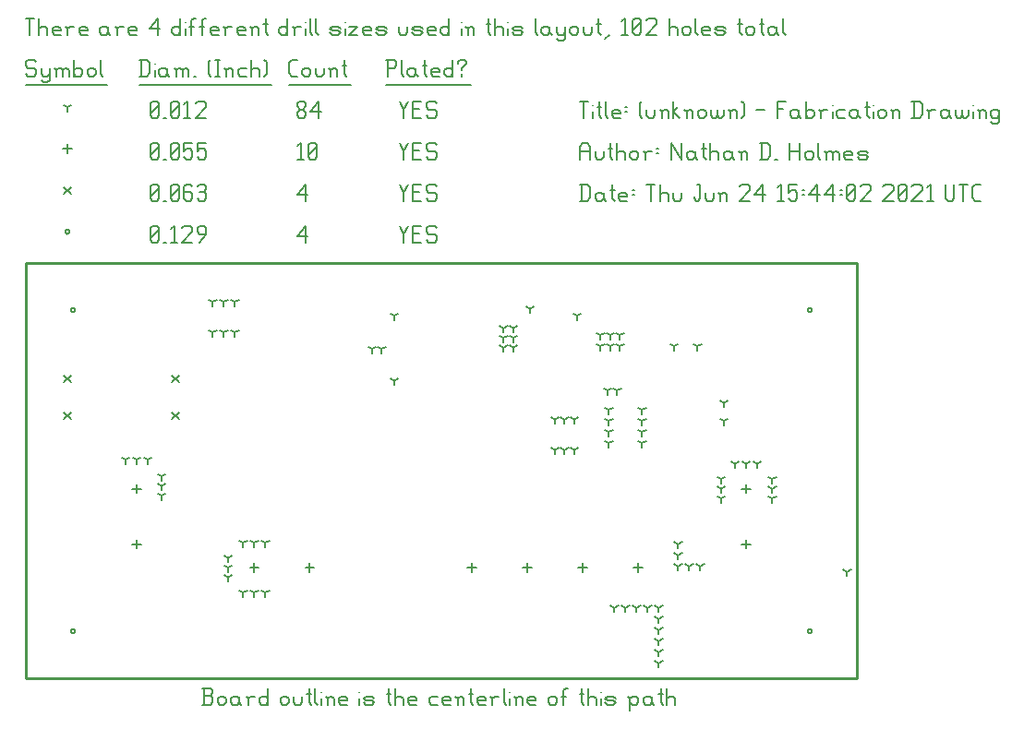
<source format=gbr>
G04 start of page 12 for group -3984 idx -3984 *
G04 Title: (unknown), fab *
G04 Creator: pcb 4.0.2 *
G04 CreationDate: Thu Jun 24 15:44:02 2021 UTC *
G04 For: ndholmes *
G04 Format: Gerber/RS-274X *
G04 PCB-Dimensions (mil): 3000.00 1500.00 *
G04 PCB-Coordinate-Origin: lower left *
%MOIN*%
%FSLAX25Y25*%
%LNFAB*%
%ADD52C,0.0100*%
%ADD51C,0.0075*%
%ADD50C,0.0060*%
%ADD49R,0.0080X0.0080*%
G54D49*X282200Y133000D02*G75*G03X283800Y133000I800J0D01*G01*
G75*G03X282200Y133000I-800J0D01*G01*
X16200Y17000D02*G75*G03X17800Y17000I800J0D01*G01*
G75*G03X16200Y17000I-800J0D01*G01*
Y133000D02*G75*G03X17800Y133000I800J0D01*G01*
G75*G03X16200Y133000I-800J0D01*G01*
X282200Y17000D02*G75*G03X283800Y17000I800J0D01*G01*
G75*G03X282200Y17000I-800J0D01*G01*
X14200Y161250D02*G75*G03X15800Y161250I800J0D01*G01*
G75*G03X14200Y161250I-800J0D01*G01*
G54D50*X135000Y163500D02*X136500Y160500D01*
X138000Y163500D01*
X136500Y160500D02*Y157500D01*
X139800Y160800D02*X142050D01*
X139800Y157500D02*X142800D01*
X139800Y163500D02*Y157500D01*
Y163500D02*X142800D01*
X147600D02*X148350Y162750D01*
X145350Y163500D02*X147600D01*
X144600Y162750D02*X145350Y163500D01*
X144600Y162750D02*Y161250D01*
X145350Y160500D01*
X147600D01*
X148350Y159750D01*
Y158250D01*
X147600Y157500D02*X148350Y158250D01*
X145350Y157500D02*X147600D01*
X144600Y158250D02*X145350Y157500D01*
X98000Y159750D02*X101000Y163500D01*
X98000Y159750D02*X101750D01*
X101000Y163500D02*Y157500D01*
X45000Y158250D02*X45750Y157500D01*
X45000Y162750D02*Y158250D01*
Y162750D02*X45750Y163500D01*
X47250D01*
X48000Y162750D01*
Y158250D01*
X47250Y157500D02*X48000Y158250D01*
X45750Y157500D02*X47250D01*
X45000Y159000D02*X48000Y162000D01*
X49800Y157500D02*X50550D01*
X52350Y162300D02*X53550Y163500D01*
Y157500D01*
X52350D02*X54600D01*
X56400Y162750D02*X57150Y163500D01*
X59400D01*
X60150Y162750D01*
Y161250D01*
X56400Y157500D02*X60150Y161250D01*
X56400Y157500D02*X60150D01*
X62700D02*X64950Y160500D01*
Y162750D02*Y160500D01*
X64200Y163500D02*X64950Y162750D01*
X62700Y163500D02*X64200D01*
X61950Y162750D02*X62700Y163500D01*
X61950Y162750D02*Y161250D01*
X62700Y160500D01*
X64950D01*
X13800Y109400D02*X16200Y107000D01*
X13800D02*X16200Y109400D01*
X13800Y96000D02*X16200Y93600D01*
X13800D02*X16200Y96000D01*
X52800Y109400D02*X55200Y107000D01*
X52800D02*X55200Y109400D01*
X52800Y96000D02*X55200Y93600D01*
X52800D02*X55200Y96000D01*
X13800Y177450D02*X16200Y175050D01*
X13800D02*X16200Y177450D01*
X135000Y178500D02*X136500Y175500D01*
X138000Y178500D01*
X136500Y175500D02*Y172500D01*
X139800Y175800D02*X142050D01*
X139800Y172500D02*X142800D01*
X139800Y178500D02*Y172500D01*
Y178500D02*X142800D01*
X147600D02*X148350Y177750D01*
X145350Y178500D02*X147600D01*
X144600Y177750D02*X145350Y178500D01*
X144600Y177750D02*Y176250D01*
X145350Y175500D01*
X147600D01*
X148350Y174750D01*
Y173250D01*
X147600Y172500D02*X148350Y173250D01*
X145350Y172500D02*X147600D01*
X144600Y173250D02*X145350Y172500D01*
X98000Y174750D02*X101000Y178500D01*
X98000Y174750D02*X101750D01*
X101000Y178500D02*Y172500D01*
X45000Y173250D02*X45750Y172500D01*
X45000Y177750D02*Y173250D01*
Y177750D02*X45750Y178500D01*
X47250D01*
X48000Y177750D01*
Y173250D01*
X47250Y172500D02*X48000Y173250D01*
X45750Y172500D02*X47250D01*
X45000Y174000D02*X48000Y177000D01*
X49800Y172500D02*X50550D01*
X52350Y173250D02*X53100Y172500D01*
X52350Y177750D02*Y173250D01*
Y177750D02*X53100Y178500D01*
X54600D01*
X55350Y177750D01*
Y173250D01*
X54600Y172500D02*X55350Y173250D01*
X53100Y172500D02*X54600D01*
X52350Y174000D02*X55350Y177000D01*
X59400Y178500D02*X60150Y177750D01*
X57900Y178500D02*X59400D01*
X57150Y177750D02*X57900Y178500D01*
X57150Y177750D02*Y173250D01*
X57900Y172500D01*
X59400Y175800D02*X60150Y175050D01*
X57150Y175800D02*X59400D01*
X57900Y172500D02*X59400D01*
X60150Y173250D01*
Y175050D02*Y173250D01*
X61950Y177750D02*X62700Y178500D01*
X64200D01*
X64950Y177750D01*
X64200Y172500D02*X64950Y173250D01*
X62700Y172500D02*X64200D01*
X61950Y173250D02*X62700Y172500D01*
Y175800D02*X64200D01*
X64950Y177750D02*Y176550D01*
Y175050D02*Y173250D01*
Y175050D02*X64200Y175800D01*
X64950Y176550D02*X64200Y175800D01*
X260000Y50100D02*Y46900D01*
X258400Y48500D02*X261600D01*
X260000Y70100D02*Y66900D01*
X258400Y68500D02*X261600D01*
X161000Y41600D02*Y38400D01*
X159400Y40000D02*X162600D01*
X181000Y41600D02*Y38400D01*
X179400Y40000D02*X182600D01*
X201000Y41600D02*Y38400D01*
X199400Y40000D02*X202600D01*
X221000Y41600D02*Y38400D01*
X219400Y40000D02*X222600D01*
X82500Y41600D02*Y38400D01*
X80900Y40000D02*X84100D01*
X102500Y41600D02*Y38400D01*
X100900Y40000D02*X104100D01*
X40000Y70100D02*Y66900D01*
X38400Y68500D02*X41600D01*
X40000Y50100D02*Y46900D01*
X38400Y48500D02*X41600D01*
X15000Y192850D02*Y189650D01*
X13400Y191250D02*X16600D01*
X135000Y193500D02*X136500Y190500D01*
X138000Y193500D01*
X136500Y190500D02*Y187500D01*
X139800Y190800D02*X142050D01*
X139800Y187500D02*X142800D01*
X139800Y193500D02*Y187500D01*
Y193500D02*X142800D01*
X147600D02*X148350Y192750D01*
X145350Y193500D02*X147600D01*
X144600Y192750D02*X145350Y193500D01*
X144600Y192750D02*Y191250D01*
X145350Y190500D01*
X147600D01*
X148350Y189750D01*
Y188250D01*
X147600Y187500D02*X148350Y188250D01*
X145350Y187500D02*X147600D01*
X144600Y188250D02*X145350Y187500D01*
X98000Y192300D02*X99200Y193500D01*
Y187500D01*
X98000D02*X100250D01*
X102050Y188250D02*X102800Y187500D01*
X102050Y192750D02*Y188250D01*
Y192750D02*X102800Y193500D01*
X104300D01*
X105050Y192750D01*
Y188250D01*
X104300Y187500D02*X105050Y188250D01*
X102800Y187500D02*X104300D01*
X102050Y189000D02*X105050Y192000D01*
X45000Y188250D02*X45750Y187500D01*
X45000Y192750D02*Y188250D01*
Y192750D02*X45750Y193500D01*
X47250D01*
X48000Y192750D01*
Y188250D01*
X47250Y187500D02*X48000Y188250D01*
X45750Y187500D02*X47250D01*
X45000Y189000D02*X48000Y192000D01*
X49800Y187500D02*X50550D01*
X52350Y188250D02*X53100Y187500D01*
X52350Y192750D02*Y188250D01*
Y192750D02*X53100Y193500D01*
X54600D01*
X55350Y192750D01*
Y188250D01*
X54600Y187500D02*X55350Y188250D01*
X53100Y187500D02*X54600D01*
X52350Y189000D02*X55350Y192000D01*
X57150Y193500D02*X60150D01*
X57150D02*Y190500D01*
X57900Y191250D01*
X59400D01*
X60150Y190500D01*
Y188250D01*
X59400Y187500D02*X60150Y188250D01*
X57900Y187500D02*X59400D01*
X57150Y188250D02*X57900Y187500D01*
X61950Y193500D02*X64950D01*
X61950D02*Y190500D01*
X62700Y191250D01*
X64200D01*
X64950Y190500D01*
Y188250D01*
X64200Y187500D02*X64950Y188250D01*
X62700Y187500D02*X64200D01*
X61950Y188250D02*X62700Y187500D01*
X133000Y131000D02*Y129400D01*
Y131000D02*X134387Y131800D01*
X133000Y131000D02*X131613Y131800D01*
X133000Y107500D02*Y105900D01*
Y107500D02*X134387Y108300D01*
X133000Y107500D02*X131613Y108300D01*
X49000Y73000D02*Y71400D01*
Y73000D02*X50387Y73800D01*
X49000Y73000D02*X47613Y73800D01*
X49000Y69500D02*Y67900D01*
Y69500D02*X50387Y70300D01*
X49000Y69500D02*X47613Y70300D01*
X49000Y66000D02*Y64400D01*
Y66000D02*X50387Y66800D01*
X49000Y66000D02*X47613Y66800D01*
X82500Y49000D02*Y47400D01*
Y49000D02*X83887Y49800D01*
X82500Y49000D02*X81113Y49800D01*
X86500Y49000D02*Y47400D01*
Y49000D02*X87887Y49800D01*
X86500Y49000D02*X85113Y49800D01*
X78500Y49000D02*Y47400D01*
Y49000D02*X79887Y49800D01*
X78500Y49000D02*X77113Y49800D01*
X82500Y31000D02*Y29400D01*
Y31000D02*X83887Y31800D01*
X82500Y31000D02*X81113Y31800D01*
X86500Y31000D02*Y29400D01*
Y31000D02*X87887Y31800D01*
X86500Y31000D02*X85113Y31800D01*
X78500Y31000D02*Y29400D01*
Y31000D02*X79887Y31800D01*
X78500Y31000D02*X77113Y31800D01*
X260000Y77500D02*Y75900D01*
Y77500D02*X261387Y78300D01*
X260000Y77500D02*X258613Y78300D01*
X264000Y77500D02*Y75900D01*
Y77500D02*X265387Y78300D01*
X264000Y77500D02*X262613Y78300D01*
X256000Y77500D02*Y75900D01*
Y77500D02*X257387Y78300D01*
X256000Y77500D02*X254613Y78300D01*
X251000Y72000D02*Y70400D01*
Y72000D02*X252387Y72800D01*
X251000Y72000D02*X249613Y72800D01*
X251000Y68500D02*Y66900D01*
Y68500D02*X252387Y69300D01*
X251000Y68500D02*X249613Y69300D01*
X251000Y65000D02*Y63400D01*
Y65000D02*X252387Y65800D01*
X251000Y65000D02*X249613Y65800D01*
X73000Y43500D02*Y41900D01*
Y43500D02*X74387Y44300D01*
X73000Y43500D02*X71613Y44300D01*
X73000Y40000D02*Y38400D01*
Y40000D02*X74387Y40800D01*
X73000Y40000D02*X71613Y40800D01*
X73000Y36500D02*Y34900D01*
Y36500D02*X74387Y37300D01*
X73000Y36500D02*X71613Y37300D01*
X40000Y79000D02*Y77400D01*
Y79000D02*X41387Y79800D01*
X40000Y79000D02*X38613Y79800D01*
X44000Y79000D02*Y77400D01*
Y79000D02*X45387Y79800D01*
X44000Y79000D02*X42613Y79800D01*
X36000Y79000D02*Y77400D01*
Y79000D02*X37387Y79800D01*
X36000Y79000D02*X34613Y79800D01*
X71500Y125000D02*Y123400D01*
Y125000D02*X72887Y125800D01*
X71500Y125000D02*X70113Y125800D01*
X75500Y125000D02*Y123400D01*
Y125000D02*X76887Y125800D01*
X75500Y125000D02*X74113Y125800D01*
X67500Y125000D02*Y123400D01*
Y125000D02*X68887Y125800D01*
X67500Y125000D02*X66113Y125800D01*
X71500Y136000D02*Y134400D01*
Y136000D02*X72887Y136800D01*
X71500Y136000D02*X70113Y136800D01*
X75500Y136000D02*Y134400D01*
Y136000D02*X76887Y136800D01*
X75500Y136000D02*X74113Y136800D01*
X67500Y136000D02*Y134400D01*
Y136000D02*X68887Y136800D01*
X67500Y136000D02*X66113Y136800D01*
X125000Y119000D02*Y117400D01*
Y119000D02*X126387Y119800D01*
X125000Y119000D02*X123613Y119800D01*
X128500Y119000D02*Y117400D01*
Y119000D02*X129887Y119800D01*
X128500Y119000D02*X127113Y119800D01*
X207500Y120000D02*Y118400D01*
Y120000D02*X208887Y120800D01*
X207500Y120000D02*X206113Y120800D01*
X211000Y120000D02*Y118400D01*
Y120000D02*X212387Y120800D01*
X211000Y120000D02*X209613Y120800D01*
X194500Y93500D02*Y91900D01*
Y93500D02*X195887Y94300D01*
X194500Y93500D02*X193113Y94300D01*
X198000Y93500D02*Y91900D01*
Y93500D02*X199387Y94300D01*
X198000Y93500D02*X196613Y94300D01*
X198000Y82500D02*Y80900D01*
Y82500D02*X199387Y83300D01*
X198000Y82500D02*X196613Y83300D01*
X242500Y120000D02*Y118400D01*
Y120000D02*X243887Y120800D01*
X242500Y120000D02*X241113Y120800D01*
X172500Y126500D02*Y124900D01*
Y126500D02*X173887Y127300D01*
X172500Y126500D02*X171113Y127300D01*
X172500Y123000D02*Y121400D01*
Y123000D02*X173887Y123800D01*
X172500Y123000D02*X171113Y123800D01*
X172500Y119500D02*Y117900D01*
Y119500D02*X173887Y120300D01*
X172500Y119500D02*X171113Y120300D01*
X176000Y126500D02*Y124900D01*
Y126500D02*X177387Y127300D01*
X176000Y126500D02*X174613Y127300D01*
X176000Y123000D02*Y121400D01*
Y123000D02*X177387Y123800D01*
X176000Y123000D02*X174613Y123800D01*
X176000Y119500D02*Y117900D01*
Y119500D02*X177387Y120300D01*
X176000Y119500D02*X174613Y120300D01*
X182000Y133500D02*Y131900D01*
Y133500D02*X183387Y134300D01*
X182000Y133500D02*X180613Y134300D01*
X234000Y120000D02*Y118400D01*
Y120000D02*X235387Y120800D01*
X234000Y120000D02*X232613Y120800D01*
X207500Y124000D02*Y122400D01*
Y124000D02*X208887Y124800D01*
X207500Y124000D02*X206113Y124800D01*
X211000Y124000D02*Y122400D01*
Y124000D02*X212387Y124800D01*
X211000Y124000D02*X209613Y124800D01*
X214500Y124000D02*Y122400D01*
Y124000D02*X215887Y124800D01*
X214500Y124000D02*X213113Y124800D01*
X214500Y120000D02*Y118400D01*
Y120000D02*X215887Y120800D01*
X214500Y120000D02*X213113Y120800D01*
X199000Y131000D02*Y129400D01*
Y131000D02*X200387Y131800D01*
X199000Y131000D02*X197613Y131800D01*
X296500Y38500D02*Y36900D01*
Y38500D02*X297887Y39300D01*
X296500Y38500D02*X295113Y39300D01*
X210500Y93000D02*Y91400D01*
Y93000D02*X211887Y93800D01*
X210500Y93000D02*X209113Y93800D01*
X210500Y89000D02*Y87400D01*
Y89000D02*X211887Y89800D01*
X210500Y89000D02*X209113Y89800D01*
X210500Y97000D02*Y95400D01*
Y97000D02*X211887Y97800D01*
X210500Y97000D02*X209113Y97800D01*
X222500Y93000D02*Y91400D01*
Y93000D02*X223887Y93800D01*
X222500Y93000D02*X221113Y93800D01*
X222500Y89000D02*Y87400D01*
Y89000D02*X223887Y89800D01*
X222500Y89000D02*X221113Y89800D01*
X222500Y97000D02*Y95400D01*
Y97000D02*X223887Y97800D01*
X222500Y97000D02*X221113Y97800D01*
X213500Y104000D02*Y102400D01*
Y104000D02*X214887Y104800D01*
X213500Y104000D02*X212113Y104800D01*
X210000Y104000D02*Y102400D01*
Y104000D02*X211387Y104800D01*
X210000Y104000D02*X208613Y104800D01*
X210500Y85000D02*Y83400D01*
Y85000D02*X211887Y85800D01*
X210500Y85000D02*X209113Y85800D01*
X222500Y85000D02*Y83400D01*
Y85000D02*X223887Y85800D01*
X222500Y85000D02*X221113Y85800D01*
X252000Y99500D02*Y97900D01*
Y99500D02*X253387Y100300D01*
X252000Y99500D02*X250613Y100300D01*
X191000Y82500D02*Y80900D01*
Y82500D02*X192387Y83300D01*
X191000Y82500D02*X189613Y83300D01*
X194500Y82500D02*Y80900D01*
Y82500D02*X195887Y83300D01*
X194500Y82500D02*X193113Y83300D01*
X191000Y93500D02*Y91900D01*
Y93500D02*X192387Y94300D01*
X191000Y93500D02*X189613Y94300D01*
X252000Y93000D02*Y91400D01*
Y93000D02*X253387Y93800D01*
X252000Y93000D02*X250613Y93800D01*
X228500Y17500D02*Y15900D01*
Y17500D02*X229887Y18300D01*
X228500Y17500D02*X227113Y18300D01*
X228500Y13500D02*Y11900D01*
Y13500D02*X229887Y14300D01*
X228500Y13500D02*X227113Y14300D01*
X228500Y9500D02*Y7900D01*
Y9500D02*X229887Y10300D01*
X228500Y9500D02*X227113Y10300D01*
X228500Y5500D02*Y3900D01*
Y5500D02*X229887Y6300D01*
X228500Y5500D02*X227113Y6300D01*
X228500Y21500D02*Y19900D01*
Y21500D02*X229887Y22300D01*
X228500Y21500D02*X227113Y22300D01*
X228500Y25500D02*Y23900D01*
Y25500D02*X229887Y26300D01*
X228500Y25500D02*X227113Y26300D01*
X224500Y25500D02*Y23900D01*
Y25500D02*X225887Y26300D01*
X224500Y25500D02*X223113Y26300D01*
X220500Y25500D02*Y23900D01*
Y25500D02*X221887Y26300D01*
X220500Y25500D02*X219113Y26300D01*
X216500Y25500D02*Y23900D01*
Y25500D02*X217887Y26300D01*
X216500Y25500D02*X215113Y26300D01*
X212500Y25500D02*Y23900D01*
Y25500D02*X213887Y26300D01*
X212500Y25500D02*X211113Y26300D01*
X239500Y40500D02*Y38900D01*
Y40500D02*X240887Y41300D01*
X239500Y40500D02*X238113Y41300D01*
X235500Y40500D02*Y38900D01*
Y40500D02*X236887Y41300D01*
X235500Y40500D02*X234113Y41300D01*
X235500Y44500D02*Y42900D01*
Y44500D02*X236887Y45300D01*
X235500Y44500D02*X234113Y45300D01*
X243500Y40500D02*Y38900D01*
Y40500D02*X244887Y41300D01*
X243500Y40500D02*X242113Y41300D01*
X235500Y48500D02*Y46900D01*
Y48500D02*X236887Y49300D01*
X235500Y48500D02*X234113Y49300D01*
X269500Y72000D02*Y70400D01*
Y72000D02*X270887Y72800D01*
X269500Y72000D02*X268113Y72800D01*
X269500Y68500D02*Y66900D01*
Y68500D02*X270887Y69300D01*
X269500Y68500D02*X268113Y69300D01*
X269500Y65000D02*Y63400D01*
Y65000D02*X270887Y65800D01*
X269500Y65000D02*X268113Y65800D01*
X15000Y206250D02*Y204650D01*
Y206250D02*X16387Y207050D01*
X15000Y206250D02*X13613Y207050D01*
X135000Y208500D02*X136500Y205500D01*
X138000Y208500D01*
X136500Y205500D02*Y202500D01*
X139800Y205800D02*X142050D01*
X139800Y202500D02*X142800D01*
X139800Y208500D02*Y202500D01*
Y208500D02*X142800D01*
X147600D02*X148350Y207750D01*
X145350Y208500D02*X147600D01*
X144600Y207750D02*X145350Y208500D01*
X144600Y207750D02*Y206250D01*
X145350Y205500D01*
X147600D01*
X148350Y204750D01*
Y203250D01*
X147600Y202500D02*X148350Y203250D01*
X145350Y202500D02*X147600D01*
X144600Y203250D02*X145350Y202500D01*
X98000Y203250D02*X98750Y202500D01*
X98000Y204450D02*Y203250D01*
Y204450D02*X99050Y205500D01*
X99950D01*
X101000Y204450D01*
Y203250D01*
X100250Y202500D02*X101000Y203250D01*
X98750Y202500D02*X100250D01*
X98000Y206550D02*X99050Y205500D01*
X98000Y207750D02*Y206550D01*
Y207750D02*X98750Y208500D01*
X100250D01*
X101000Y207750D01*
Y206550D01*
X99950Y205500D02*X101000Y206550D01*
X102800Y204750D02*X105800Y208500D01*
X102800Y204750D02*X106550D01*
X105800Y208500D02*Y202500D01*
X45000Y203250D02*X45750Y202500D01*
X45000Y207750D02*Y203250D01*
Y207750D02*X45750Y208500D01*
X47250D01*
X48000Y207750D01*
Y203250D01*
X47250Y202500D02*X48000Y203250D01*
X45750Y202500D02*X47250D01*
X45000Y204000D02*X48000Y207000D01*
X49800Y202500D02*X50550D01*
X52350Y203250D02*X53100Y202500D01*
X52350Y207750D02*Y203250D01*
Y207750D02*X53100Y208500D01*
X54600D01*
X55350Y207750D01*
Y203250D01*
X54600Y202500D02*X55350Y203250D01*
X53100Y202500D02*X54600D01*
X52350Y204000D02*X55350Y207000D01*
X57150Y207300D02*X58350Y208500D01*
Y202500D01*
X57150D02*X59400D01*
X61200Y207750D02*X61950Y208500D01*
X64200D01*
X64950Y207750D01*
Y206250D01*
X61200Y202500D02*X64950Y206250D01*
X61200Y202500D02*X64950D01*
X3000Y223500D02*X3750Y222750D01*
X750Y223500D02*X3000D01*
X0Y222750D02*X750Y223500D01*
X0Y222750D02*Y221250D01*
X750Y220500D01*
X3000D01*
X3750Y219750D01*
Y218250D01*
X3000Y217500D02*X3750Y218250D01*
X750Y217500D02*X3000D01*
X0Y218250D02*X750Y217500D01*
X5550Y220500D02*Y218250D01*
X6300Y217500D01*
X8550Y220500D02*Y216000D01*
X7800Y215250D02*X8550Y216000D01*
X6300Y215250D02*X7800D01*
X5550Y216000D02*X6300Y215250D01*
Y217500D02*X7800D01*
X8550Y218250D01*
X11100Y219750D02*Y217500D01*
Y219750D02*X11850Y220500D01*
X12600D01*
X13350Y219750D01*
Y217500D01*
Y219750D02*X14100Y220500D01*
X14850D01*
X15600Y219750D01*
Y217500D01*
X10350Y220500D02*X11100Y219750D01*
X17400Y223500D02*Y217500D01*
Y218250D02*X18150Y217500D01*
X19650D01*
X20400Y218250D01*
Y219750D02*Y218250D01*
X19650Y220500D02*X20400Y219750D01*
X18150Y220500D02*X19650D01*
X17400Y219750D02*X18150Y220500D01*
X22200Y219750D02*Y218250D01*
Y219750D02*X22950Y220500D01*
X24450D01*
X25200Y219750D01*
Y218250D01*
X24450Y217500D02*X25200Y218250D01*
X22950Y217500D02*X24450D01*
X22200Y218250D02*X22950Y217500D01*
X27000Y223500D02*Y218250D01*
X27750Y217500D01*
X0Y214250D02*X29250D01*
X41750Y223500D02*Y217500D01*
X43700Y223500D02*X44750Y222450D01*
Y218550D01*
X43700Y217500D02*X44750Y218550D01*
X41000Y217500D02*X43700D01*
X41000Y223500D02*X43700D01*
G54D51*X46550Y222000D02*Y221850D01*
G54D50*Y219750D02*Y217500D01*
X50300Y220500D02*X51050Y219750D01*
X48800Y220500D02*X50300D01*
X48050Y219750D02*X48800Y220500D01*
X48050Y219750D02*Y218250D01*
X48800Y217500D01*
X51050Y220500D02*Y218250D01*
X51800Y217500D01*
X48800D02*X50300D01*
X51050Y218250D01*
X54350Y219750D02*Y217500D01*
Y219750D02*X55100Y220500D01*
X55850D01*
X56600Y219750D01*
Y217500D01*
Y219750D02*X57350Y220500D01*
X58100D01*
X58850Y219750D01*
Y217500D01*
X53600Y220500D02*X54350Y219750D01*
X60650Y217500D02*X61400D01*
X65900Y218250D02*X66650Y217500D01*
X65900Y222750D02*X66650Y223500D01*
X65900Y222750D02*Y218250D01*
X68450Y223500D02*X69950D01*
X69200D02*Y217500D01*
X68450D02*X69950D01*
X72500Y219750D02*Y217500D01*
Y219750D02*X73250Y220500D01*
X74000D01*
X74750Y219750D01*
Y217500D01*
X71750Y220500D02*X72500Y219750D01*
X77300Y220500D02*X79550D01*
X76550Y219750D02*X77300Y220500D01*
X76550Y219750D02*Y218250D01*
X77300Y217500D01*
X79550D01*
X81350Y223500D02*Y217500D01*
Y219750D02*X82100Y220500D01*
X83600D01*
X84350Y219750D01*
Y217500D01*
X86150Y223500D02*X86900Y222750D01*
Y218250D01*
X86150Y217500D02*X86900Y218250D01*
X41000Y214250D02*X88700D01*
X96050Y217500D02*X98000D01*
X95000Y218550D02*X96050Y217500D01*
X95000Y222450D02*Y218550D01*
Y222450D02*X96050Y223500D01*
X98000D01*
X99800Y219750D02*Y218250D01*
Y219750D02*X100550Y220500D01*
X102050D01*
X102800Y219750D01*
Y218250D01*
X102050Y217500D02*X102800Y218250D01*
X100550Y217500D02*X102050D01*
X99800Y218250D02*X100550Y217500D01*
X104600Y220500D02*Y218250D01*
X105350Y217500D01*
X106850D01*
X107600Y218250D01*
Y220500D02*Y218250D01*
X110150Y219750D02*Y217500D01*
Y219750D02*X110900Y220500D01*
X111650D01*
X112400Y219750D01*
Y217500D01*
X109400Y220500D02*X110150Y219750D01*
X114950Y223500D02*Y218250D01*
X115700Y217500D01*
X114200Y221250D02*X115700D01*
X95000Y214250D02*X117200D01*
X130750Y223500D02*Y217500D01*
X130000Y223500D02*X133000D01*
X133750Y222750D01*
Y221250D01*
X133000Y220500D02*X133750Y221250D01*
X130750Y220500D02*X133000D01*
X135550Y223500D02*Y218250D01*
X136300Y217500D01*
X140050Y220500D02*X140800Y219750D01*
X138550Y220500D02*X140050D01*
X137800Y219750D02*X138550Y220500D01*
X137800Y219750D02*Y218250D01*
X138550Y217500D01*
X140800Y220500D02*Y218250D01*
X141550Y217500D01*
X138550D02*X140050D01*
X140800Y218250D01*
X144100Y223500D02*Y218250D01*
X144850Y217500D01*
X143350Y221250D02*X144850D01*
X147100Y217500D02*X149350D01*
X146350Y218250D02*X147100Y217500D01*
X146350Y219750D02*Y218250D01*
Y219750D02*X147100Y220500D01*
X148600D01*
X149350Y219750D01*
X146350Y219000D02*X149350D01*
Y219750D02*Y219000D01*
X154150Y223500D02*Y217500D01*
X153400D02*X154150Y218250D01*
X151900Y217500D02*X153400D01*
X151150Y218250D02*X151900Y217500D01*
X151150Y219750D02*Y218250D01*
Y219750D02*X151900Y220500D01*
X153400D01*
X154150Y219750D01*
X157450Y220500D02*Y219750D01*
Y218250D02*Y217500D01*
X155950Y222750D02*Y222000D01*
Y222750D02*X156700Y223500D01*
X158200D01*
X158950Y222750D01*
Y222000D01*
X157450Y220500D02*X158950Y222000D01*
X130000Y214250D02*X160750D01*
X0Y238500D02*X3000D01*
X1500D02*Y232500D01*
X4800Y238500D02*Y232500D01*
Y234750D02*X5550Y235500D01*
X7050D01*
X7800Y234750D01*
Y232500D01*
X10350D02*X12600D01*
X9600Y233250D02*X10350Y232500D01*
X9600Y234750D02*Y233250D01*
Y234750D02*X10350Y235500D01*
X11850D01*
X12600Y234750D01*
X9600Y234000D02*X12600D01*
Y234750D02*Y234000D01*
X15150Y234750D02*Y232500D01*
Y234750D02*X15900Y235500D01*
X17400D01*
X14400D02*X15150Y234750D01*
X19950Y232500D02*X22200D01*
X19200Y233250D02*X19950Y232500D01*
X19200Y234750D02*Y233250D01*
Y234750D02*X19950Y235500D01*
X21450D01*
X22200Y234750D01*
X19200Y234000D02*X22200D01*
Y234750D02*Y234000D01*
X28950Y235500D02*X29700Y234750D01*
X27450Y235500D02*X28950D01*
X26700Y234750D02*X27450Y235500D01*
X26700Y234750D02*Y233250D01*
X27450Y232500D01*
X29700Y235500D02*Y233250D01*
X30450Y232500D01*
X27450D02*X28950D01*
X29700Y233250D01*
X33000Y234750D02*Y232500D01*
Y234750D02*X33750Y235500D01*
X35250D01*
X32250D02*X33000Y234750D01*
X37800Y232500D02*X40050D01*
X37050Y233250D02*X37800Y232500D01*
X37050Y234750D02*Y233250D01*
Y234750D02*X37800Y235500D01*
X39300D01*
X40050Y234750D01*
X37050Y234000D02*X40050D01*
Y234750D02*Y234000D01*
X44550Y234750D02*X47550Y238500D01*
X44550Y234750D02*X48300D01*
X47550Y238500D02*Y232500D01*
X55800Y238500D02*Y232500D01*
X55050D02*X55800Y233250D01*
X53550Y232500D02*X55050D01*
X52800Y233250D02*X53550Y232500D01*
X52800Y234750D02*Y233250D01*
Y234750D02*X53550Y235500D01*
X55050D01*
X55800Y234750D01*
G54D51*X57600Y237000D02*Y236850D01*
G54D50*Y234750D02*Y232500D01*
X59850Y237750D02*Y232500D01*
Y237750D02*X60600Y238500D01*
X61350D01*
X59100Y235500D02*X60600D01*
X63600Y237750D02*Y232500D01*
Y237750D02*X64350Y238500D01*
X65100D01*
X62850Y235500D02*X64350D01*
X67350Y232500D02*X69600D01*
X66600Y233250D02*X67350Y232500D01*
X66600Y234750D02*Y233250D01*
Y234750D02*X67350Y235500D01*
X68850D01*
X69600Y234750D01*
X66600Y234000D02*X69600D01*
Y234750D02*Y234000D01*
X72150Y234750D02*Y232500D01*
Y234750D02*X72900Y235500D01*
X74400D01*
X71400D02*X72150Y234750D01*
X76950Y232500D02*X79200D01*
X76200Y233250D02*X76950Y232500D01*
X76200Y234750D02*Y233250D01*
Y234750D02*X76950Y235500D01*
X78450D01*
X79200Y234750D01*
X76200Y234000D02*X79200D01*
Y234750D02*Y234000D01*
X81750Y234750D02*Y232500D01*
Y234750D02*X82500Y235500D01*
X83250D01*
X84000Y234750D01*
Y232500D01*
X81000Y235500D02*X81750Y234750D01*
X86550Y238500D02*Y233250D01*
X87300Y232500D01*
X85800Y236250D02*X87300D01*
X94500Y238500D02*Y232500D01*
X93750D02*X94500Y233250D01*
X92250Y232500D02*X93750D01*
X91500Y233250D02*X92250Y232500D01*
X91500Y234750D02*Y233250D01*
Y234750D02*X92250Y235500D01*
X93750D01*
X94500Y234750D01*
X97050D02*Y232500D01*
Y234750D02*X97800Y235500D01*
X99300D01*
X96300D02*X97050Y234750D01*
G54D51*X101100Y237000D02*Y236850D01*
G54D50*Y234750D02*Y232500D01*
X102600Y238500D02*Y233250D01*
X103350Y232500D01*
X104850Y238500D02*Y233250D01*
X105600Y232500D01*
X110550D02*X112800D01*
X113550Y233250D01*
X112800Y234000D02*X113550Y233250D01*
X110550Y234000D02*X112800D01*
X109800Y234750D02*X110550Y234000D01*
X109800Y234750D02*X110550Y235500D01*
X112800D01*
X113550Y234750D01*
X109800Y233250D02*X110550Y232500D01*
G54D51*X115350Y237000D02*Y236850D01*
G54D50*Y234750D02*Y232500D01*
X116850Y235500D02*X119850D01*
X116850Y232500D02*X119850Y235500D01*
X116850Y232500D02*X119850D01*
X122400D02*X124650D01*
X121650Y233250D02*X122400Y232500D01*
X121650Y234750D02*Y233250D01*
Y234750D02*X122400Y235500D01*
X123900D01*
X124650Y234750D01*
X121650Y234000D02*X124650D01*
Y234750D02*Y234000D01*
X127200Y232500D02*X129450D01*
X130200Y233250D01*
X129450Y234000D02*X130200Y233250D01*
X127200Y234000D02*X129450D01*
X126450Y234750D02*X127200Y234000D01*
X126450Y234750D02*X127200Y235500D01*
X129450D01*
X130200Y234750D01*
X126450Y233250D02*X127200Y232500D01*
X134700Y235500D02*Y233250D01*
X135450Y232500D01*
X136950D01*
X137700Y233250D01*
Y235500D02*Y233250D01*
X140250Y232500D02*X142500D01*
X143250Y233250D01*
X142500Y234000D02*X143250Y233250D01*
X140250Y234000D02*X142500D01*
X139500Y234750D02*X140250Y234000D01*
X139500Y234750D02*X140250Y235500D01*
X142500D01*
X143250Y234750D01*
X139500Y233250D02*X140250Y232500D01*
X145800D02*X148050D01*
X145050Y233250D02*X145800Y232500D01*
X145050Y234750D02*Y233250D01*
Y234750D02*X145800Y235500D01*
X147300D01*
X148050Y234750D01*
X145050Y234000D02*X148050D01*
Y234750D02*Y234000D01*
X152850Y238500D02*Y232500D01*
X152100D02*X152850Y233250D01*
X150600Y232500D02*X152100D01*
X149850Y233250D02*X150600Y232500D01*
X149850Y234750D02*Y233250D01*
Y234750D02*X150600Y235500D01*
X152100D01*
X152850Y234750D01*
G54D51*X157350Y237000D02*Y236850D01*
G54D50*Y234750D02*Y232500D01*
X159600Y234750D02*Y232500D01*
Y234750D02*X160350Y235500D01*
X161100D01*
X161850Y234750D01*
Y232500D01*
X158850Y235500D02*X159600Y234750D01*
X167100Y238500D02*Y233250D01*
X167850Y232500D01*
X166350Y236250D02*X167850D01*
X169350Y238500D02*Y232500D01*
Y234750D02*X170100Y235500D01*
X171600D01*
X172350Y234750D01*
Y232500D01*
G54D51*X174150Y237000D02*Y236850D01*
G54D50*Y234750D02*Y232500D01*
X176400D02*X178650D01*
X179400Y233250D01*
X178650Y234000D02*X179400Y233250D01*
X176400Y234000D02*X178650D01*
X175650Y234750D02*X176400Y234000D01*
X175650Y234750D02*X176400Y235500D01*
X178650D01*
X179400Y234750D01*
X175650Y233250D02*X176400Y232500D01*
X183900Y238500D02*Y233250D01*
X184650Y232500D01*
X188400Y235500D02*X189150Y234750D01*
X186900Y235500D02*X188400D01*
X186150Y234750D02*X186900Y235500D01*
X186150Y234750D02*Y233250D01*
X186900Y232500D01*
X189150Y235500D02*Y233250D01*
X189900Y232500D01*
X186900D02*X188400D01*
X189150Y233250D01*
X191700Y235500D02*Y233250D01*
X192450Y232500D01*
X194700Y235500D02*Y231000D01*
X193950Y230250D02*X194700Y231000D01*
X192450Y230250D02*X193950D01*
X191700Y231000D02*X192450Y230250D01*
Y232500D02*X193950D01*
X194700Y233250D01*
X196500Y234750D02*Y233250D01*
Y234750D02*X197250Y235500D01*
X198750D01*
X199500Y234750D01*
Y233250D01*
X198750Y232500D02*X199500Y233250D01*
X197250Y232500D02*X198750D01*
X196500Y233250D02*X197250Y232500D01*
X201300Y235500D02*Y233250D01*
X202050Y232500D01*
X203550D01*
X204300Y233250D01*
Y235500D02*Y233250D01*
X206850Y238500D02*Y233250D01*
X207600Y232500D01*
X206100Y236250D02*X207600D01*
X209100Y231000D02*X210600Y232500D01*
X215100Y237300D02*X216300Y238500D01*
Y232500D01*
X215100D02*X217350D01*
X219150Y233250D02*X219900Y232500D01*
X219150Y237750D02*Y233250D01*
Y237750D02*X219900Y238500D01*
X221400D01*
X222150Y237750D01*
Y233250D01*
X221400Y232500D02*X222150Y233250D01*
X219900Y232500D02*X221400D01*
X219150Y234000D02*X222150Y237000D01*
X223950Y237750D02*X224700Y238500D01*
X226950D01*
X227700Y237750D01*
Y236250D01*
X223950Y232500D02*X227700Y236250D01*
X223950Y232500D02*X227700D01*
X232200Y238500D02*Y232500D01*
Y234750D02*X232950Y235500D01*
X234450D01*
X235200Y234750D01*
Y232500D01*
X237000Y234750D02*Y233250D01*
Y234750D02*X237750Y235500D01*
X239250D01*
X240000Y234750D01*
Y233250D01*
X239250Y232500D02*X240000Y233250D01*
X237750Y232500D02*X239250D01*
X237000Y233250D02*X237750Y232500D01*
X241800Y238500D02*Y233250D01*
X242550Y232500D01*
X244800D02*X247050D01*
X244050Y233250D02*X244800Y232500D01*
X244050Y234750D02*Y233250D01*
Y234750D02*X244800Y235500D01*
X246300D01*
X247050Y234750D01*
X244050Y234000D02*X247050D01*
Y234750D02*Y234000D01*
X249600Y232500D02*X251850D01*
X252600Y233250D01*
X251850Y234000D02*X252600Y233250D01*
X249600Y234000D02*X251850D01*
X248850Y234750D02*X249600Y234000D01*
X248850Y234750D02*X249600Y235500D01*
X251850D01*
X252600Y234750D01*
X248850Y233250D02*X249600Y232500D01*
X257850Y238500D02*Y233250D01*
X258600Y232500D01*
X257100Y236250D02*X258600D01*
X260100Y234750D02*Y233250D01*
Y234750D02*X260850Y235500D01*
X262350D01*
X263100Y234750D01*
Y233250D01*
X262350Y232500D02*X263100Y233250D01*
X260850Y232500D02*X262350D01*
X260100Y233250D02*X260850Y232500D01*
X265650Y238500D02*Y233250D01*
X266400Y232500D01*
X264900Y236250D02*X266400D01*
X270150Y235500D02*X270900Y234750D01*
X268650Y235500D02*X270150D01*
X267900Y234750D02*X268650Y235500D01*
X267900Y234750D02*Y233250D01*
X268650Y232500D01*
X270900Y235500D02*Y233250D01*
X271650Y232500D01*
X268650D02*X270150D01*
X270900Y233250D01*
X273450Y238500D02*Y233250D01*
X274200Y232500D01*
G54D52*X0Y150000D02*Y0D01*
X300000D01*
Y150000D01*
X0D01*
G54D50*X63675Y-9500D02*X66675D01*
X67425Y-8750D01*
Y-6950D02*Y-8750D01*
X66675Y-6200D02*X67425Y-6950D01*
X64425Y-6200D02*X66675D01*
X64425Y-3500D02*Y-9500D01*
X63675Y-3500D02*X66675D01*
X67425Y-4250D01*
Y-5450D01*
X66675Y-6200D02*X67425Y-5450D01*
X69225Y-7250D02*Y-8750D01*
Y-7250D02*X69975Y-6500D01*
X71475D01*
X72225Y-7250D01*
Y-8750D01*
X71475Y-9500D02*X72225Y-8750D01*
X69975Y-9500D02*X71475D01*
X69225Y-8750D02*X69975Y-9500D01*
X76275Y-6500D02*X77025Y-7250D01*
X74775Y-6500D02*X76275D01*
X74025Y-7250D02*X74775Y-6500D01*
X74025Y-7250D02*Y-8750D01*
X74775Y-9500D01*
X77025Y-6500D02*Y-8750D01*
X77775Y-9500D01*
X74775D02*X76275D01*
X77025Y-8750D01*
X80325Y-7250D02*Y-9500D01*
Y-7250D02*X81075Y-6500D01*
X82575D01*
X79575D02*X80325Y-7250D01*
X87375Y-3500D02*Y-9500D01*
X86625D02*X87375Y-8750D01*
X85125Y-9500D02*X86625D01*
X84375Y-8750D02*X85125Y-9500D01*
X84375Y-7250D02*Y-8750D01*
Y-7250D02*X85125Y-6500D01*
X86625D01*
X87375Y-7250D01*
X91875D02*Y-8750D01*
Y-7250D02*X92625Y-6500D01*
X94125D01*
X94875Y-7250D01*
Y-8750D01*
X94125Y-9500D02*X94875Y-8750D01*
X92625Y-9500D02*X94125D01*
X91875Y-8750D02*X92625Y-9500D01*
X96675Y-6500D02*Y-8750D01*
X97425Y-9500D01*
X98925D01*
X99675Y-8750D01*
Y-6500D02*Y-8750D01*
X102225Y-3500D02*Y-8750D01*
X102975Y-9500D01*
X101475Y-5750D02*X102975D01*
X104475Y-3500D02*Y-8750D01*
X105225Y-9500D01*
G54D51*X106725Y-5000D02*Y-5150D01*
G54D50*Y-7250D02*Y-9500D01*
X108975Y-7250D02*Y-9500D01*
Y-7250D02*X109725Y-6500D01*
X110475D01*
X111225Y-7250D01*
Y-9500D01*
X108225Y-6500D02*X108975Y-7250D01*
X113775Y-9500D02*X116025D01*
X113025Y-8750D02*X113775Y-9500D01*
X113025Y-7250D02*Y-8750D01*
Y-7250D02*X113775Y-6500D01*
X115275D01*
X116025Y-7250D01*
X113025Y-8000D02*X116025D01*
Y-7250D02*Y-8000D01*
G54D51*X120525Y-5000D02*Y-5150D01*
G54D50*Y-7250D02*Y-9500D01*
X122775D02*X125025D01*
X125775Y-8750D01*
X125025Y-8000D02*X125775Y-8750D01*
X122775Y-8000D02*X125025D01*
X122025Y-7250D02*X122775Y-8000D01*
X122025Y-7250D02*X122775Y-6500D01*
X125025D01*
X125775Y-7250D01*
X122025Y-8750D02*X122775Y-9500D01*
X131025Y-3500D02*Y-8750D01*
X131775Y-9500D01*
X130275Y-5750D02*X131775D01*
X133275Y-3500D02*Y-9500D01*
Y-7250D02*X134025Y-6500D01*
X135525D01*
X136275Y-7250D01*
Y-9500D01*
X138825D02*X141075D01*
X138075Y-8750D02*X138825Y-9500D01*
X138075Y-7250D02*Y-8750D01*
Y-7250D02*X138825Y-6500D01*
X140325D01*
X141075Y-7250D01*
X138075Y-8000D02*X141075D01*
Y-7250D02*Y-8000D01*
X146325Y-6500D02*X148575D01*
X145575Y-7250D02*X146325Y-6500D01*
X145575Y-7250D02*Y-8750D01*
X146325Y-9500D01*
X148575D01*
X151125D02*X153375D01*
X150375Y-8750D02*X151125Y-9500D01*
X150375Y-7250D02*Y-8750D01*
Y-7250D02*X151125Y-6500D01*
X152625D01*
X153375Y-7250D01*
X150375Y-8000D02*X153375D01*
Y-7250D02*Y-8000D01*
X155925Y-7250D02*Y-9500D01*
Y-7250D02*X156675Y-6500D01*
X157425D01*
X158175Y-7250D01*
Y-9500D01*
X155175Y-6500D02*X155925Y-7250D01*
X160725Y-3500D02*Y-8750D01*
X161475Y-9500D01*
X159975Y-5750D02*X161475D01*
X163725Y-9500D02*X165975D01*
X162975Y-8750D02*X163725Y-9500D01*
X162975Y-7250D02*Y-8750D01*
Y-7250D02*X163725Y-6500D01*
X165225D01*
X165975Y-7250D01*
X162975Y-8000D02*X165975D01*
Y-7250D02*Y-8000D01*
X168525Y-7250D02*Y-9500D01*
Y-7250D02*X169275Y-6500D01*
X170775D01*
X167775D02*X168525Y-7250D01*
X172575Y-3500D02*Y-8750D01*
X173325Y-9500D01*
G54D51*X174825Y-5000D02*Y-5150D01*
G54D50*Y-7250D02*Y-9500D01*
X177075Y-7250D02*Y-9500D01*
Y-7250D02*X177825Y-6500D01*
X178575D01*
X179325Y-7250D01*
Y-9500D01*
X176325Y-6500D02*X177075Y-7250D01*
X181875Y-9500D02*X184125D01*
X181125Y-8750D02*X181875Y-9500D01*
X181125Y-7250D02*Y-8750D01*
Y-7250D02*X181875Y-6500D01*
X183375D01*
X184125Y-7250D01*
X181125Y-8000D02*X184125D01*
Y-7250D02*Y-8000D01*
X188625Y-7250D02*Y-8750D01*
Y-7250D02*X189375Y-6500D01*
X190875D01*
X191625Y-7250D01*
Y-8750D01*
X190875Y-9500D02*X191625Y-8750D01*
X189375Y-9500D02*X190875D01*
X188625Y-8750D02*X189375Y-9500D01*
X194175Y-4250D02*Y-9500D01*
Y-4250D02*X194925Y-3500D01*
X195675D01*
X193425Y-6500D02*X194925D01*
X200625Y-3500D02*Y-8750D01*
X201375Y-9500D01*
X199875Y-5750D02*X201375D01*
X202875Y-3500D02*Y-9500D01*
Y-7250D02*X203625Y-6500D01*
X205125D01*
X205875Y-7250D01*
Y-9500D01*
G54D51*X207675Y-5000D02*Y-5150D01*
G54D50*Y-7250D02*Y-9500D01*
X209925D02*X212175D01*
X212925Y-8750D01*
X212175Y-8000D02*X212925Y-8750D01*
X209925Y-8000D02*X212175D01*
X209175Y-7250D02*X209925Y-8000D01*
X209175Y-7250D02*X209925Y-6500D01*
X212175D01*
X212925Y-7250D01*
X209175Y-8750D02*X209925Y-9500D01*
X218175Y-7250D02*Y-11750D01*
X217425Y-6500D02*X218175Y-7250D01*
X218925Y-6500D01*
X220425D01*
X221175Y-7250D01*
Y-8750D01*
X220425Y-9500D02*X221175Y-8750D01*
X218925Y-9500D02*X220425D01*
X218175Y-8750D02*X218925Y-9500D01*
X225225Y-6500D02*X225975Y-7250D01*
X223725Y-6500D02*X225225D01*
X222975Y-7250D02*X223725Y-6500D01*
X222975Y-7250D02*Y-8750D01*
X223725Y-9500D01*
X225975Y-6500D02*Y-8750D01*
X226725Y-9500D01*
X223725D02*X225225D01*
X225975Y-8750D01*
X229275Y-3500D02*Y-8750D01*
X230025Y-9500D01*
X228525Y-5750D02*X230025D01*
X231525Y-3500D02*Y-9500D01*
Y-7250D02*X232275Y-6500D01*
X233775D01*
X234525Y-7250D01*
Y-9500D01*
X200750Y178500D02*Y172500D01*
X202700Y178500D02*X203750Y177450D01*
Y173550D01*
X202700Y172500D02*X203750Y173550D01*
X200000Y172500D02*X202700D01*
X200000Y178500D02*X202700D01*
X207800Y175500D02*X208550Y174750D01*
X206300Y175500D02*X207800D01*
X205550Y174750D02*X206300Y175500D01*
X205550Y174750D02*Y173250D01*
X206300Y172500D01*
X208550Y175500D02*Y173250D01*
X209300Y172500D01*
X206300D02*X207800D01*
X208550Y173250D01*
X211850Y178500D02*Y173250D01*
X212600Y172500D01*
X211100Y176250D02*X212600D01*
X214850Y172500D02*X217100D01*
X214100Y173250D02*X214850Y172500D01*
X214100Y174750D02*Y173250D01*
Y174750D02*X214850Y175500D01*
X216350D01*
X217100Y174750D01*
X214100Y174000D02*X217100D01*
Y174750D02*Y174000D01*
X218900Y176250D02*X219650D01*
X218900Y174750D02*X219650D01*
X224150Y178500D02*X227150D01*
X225650D02*Y172500D01*
X228950Y178500D02*Y172500D01*
Y174750D02*X229700Y175500D01*
X231200D01*
X231950Y174750D01*
Y172500D01*
X233750Y175500D02*Y173250D01*
X234500Y172500D01*
X236000D01*
X236750Y173250D01*
Y175500D02*Y173250D01*
X242300Y178500D02*X243500D01*
Y173250D01*
X242750Y172500D02*X243500Y173250D01*
X242000Y172500D02*X242750D01*
X241250Y173250D02*X242000Y172500D01*
X241250Y174000D02*Y173250D01*
X245300Y175500D02*Y173250D01*
X246050Y172500D01*
X247550D01*
X248300Y173250D01*
Y175500D02*Y173250D01*
X250850Y174750D02*Y172500D01*
Y174750D02*X251600Y175500D01*
X252350D01*
X253100Y174750D01*
Y172500D01*
X250100Y175500D02*X250850Y174750D01*
X257600Y177750D02*X258350Y178500D01*
X260600D01*
X261350Y177750D01*
Y176250D01*
X257600Y172500D02*X261350Y176250D01*
X257600Y172500D02*X261350D01*
X263150Y174750D02*X266150Y178500D01*
X263150Y174750D02*X266900D01*
X266150Y178500D02*Y172500D01*
X271400Y177300D02*X272600Y178500D01*
Y172500D01*
X271400D02*X273650D01*
X275450Y178500D02*X278450D01*
X275450D02*Y175500D01*
X276200Y176250D01*
X277700D01*
X278450Y175500D01*
Y173250D01*
X277700Y172500D02*X278450Y173250D01*
X276200Y172500D02*X277700D01*
X275450Y173250D02*X276200Y172500D01*
X280250Y176250D02*X281000D01*
X280250Y174750D02*X281000D01*
X282800D02*X285800Y178500D01*
X282800Y174750D02*X286550D01*
X285800Y178500D02*Y172500D01*
X288350Y174750D02*X291350Y178500D01*
X288350Y174750D02*X292100D01*
X291350Y178500D02*Y172500D01*
X293900Y176250D02*X294650D01*
X293900Y174750D02*X294650D01*
X296450Y173250D02*X297200Y172500D01*
X296450Y177750D02*Y173250D01*
Y177750D02*X297200Y178500D01*
X298700D01*
X299450Y177750D01*
Y173250D01*
X298700Y172500D02*X299450Y173250D01*
X297200Y172500D02*X298700D01*
X296450Y174000D02*X299450Y177000D01*
X301250Y177750D02*X302000Y178500D01*
X304250D01*
X305000Y177750D01*
Y176250D01*
X301250Y172500D02*X305000Y176250D01*
X301250Y172500D02*X305000D01*
X309500Y177750D02*X310250Y178500D01*
X312500D01*
X313250Y177750D01*
Y176250D01*
X309500Y172500D02*X313250Y176250D01*
X309500Y172500D02*X313250D01*
X315050Y173250D02*X315800Y172500D01*
X315050Y177750D02*Y173250D01*
Y177750D02*X315800Y178500D01*
X317300D01*
X318050Y177750D01*
Y173250D01*
X317300Y172500D02*X318050Y173250D01*
X315800Y172500D02*X317300D01*
X315050Y174000D02*X318050Y177000D01*
X319850Y177750D02*X320600Y178500D01*
X322850D01*
X323600Y177750D01*
Y176250D01*
X319850Y172500D02*X323600Y176250D01*
X319850Y172500D02*X323600D01*
X325400Y177300D02*X326600Y178500D01*
Y172500D01*
X325400D02*X327650D01*
X332150Y178500D02*Y173250D01*
X332900Y172500D01*
X334400D01*
X335150Y173250D01*
Y178500D02*Y173250D01*
X336950Y178500D02*X339950D01*
X338450D02*Y172500D01*
X342800D02*X344750D01*
X341750Y173550D02*X342800Y172500D01*
X341750Y177450D02*Y173550D01*
Y177450D02*X342800Y178500D01*
X344750D01*
X200000Y192000D02*Y187500D01*
Y192000D02*X201050Y193500D01*
X202700D01*
X203750Y192000D01*
Y187500D01*
X200000Y190500D02*X203750D01*
X205550D02*Y188250D01*
X206300Y187500D01*
X207800D01*
X208550Y188250D01*
Y190500D02*Y188250D01*
X211100Y193500D02*Y188250D01*
X211850Y187500D01*
X210350Y191250D02*X211850D01*
X213350Y193500D02*Y187500D01*
Y189750D02*X214100Y190500D01*
X215600D01*
X216350Y189750D01*
Y187500D01*
X218150Y189750D02*Y188250D01*
Y189750D02*X218900Y190500D01*
X220400D01*
X221150Y189750D01*
Y188250D01*
X220400Y187500D02*X221150Y188250D01*
X218900Y187500D02*X220400D01*
X218150Y188250D02*X218900Y187500D01*
X223700Y189750D02*Y187500D01*
Y189750D02*X224450Y190500D01*
X225950D01*
X222950D02*X223700Y189750D01*
X227750Y191250D02*X228500D01*
X227750Y189750D02*X228500D01*
X233000Y193500D02*Y187500D01*
Y193500D02*X236750Y187500D01*
Y193500D02*Y187500D01*
X240800Y190500D02*X241550Y189750D01*
X239300Y190500D02*X240800D01*
X238550Y189750D02*X239300Y190500D01*
X238550Y189750D02*Y188250D01*
X239300Y187500D01*
X241550Y190500D02*Y188250D01*
X242300Y187500D01*
X239300D02*X240800D01*
X241550Y188250D01*
X244850Y193500D02*Y188250D01*
X245600Y187500D01*
X244100Y191250D02*X245600D01*
X247100Y193500D02*Y187500D01*
Y189750D02*X247850Y190500D01*
X249350D01*
X250100Y189750D01*
Y187500D01*
X254150Y190500D02*X254900Y189750D01*
X252650Y190500D02*X254150D01*
X251900Y189750D02*X252650Y190500D01*
X251900Y189750D02*Y188250D01*
X252650Y187500D01*
X254900Y190500D02*Y188250D01*
X255650Y187500D01*
X252650D02*X254150D01*
X254900Y188250D01*
X258200Y189750D02*Y187500D01*
Y189750D02*X258950Y190500D01*
X259700D01*
X260450Y189750D01*
Y187500D01*
X257450Y190500D02*X258200Y189750D01*
X265700Y193500D02*Y187500D01*
X267650Y193500D02*X268700Y192450D01*
Y188550D01*
X267650Y187500D02*X268700Y188550D01*
X264950Y187500D02*X267650D01*
X264950Y193500D02*X267650D01*
X270500Y187500D02*X271250D01*
X275750Y193500D02*Y187500D01*
X279500Y193500D02*Y187500D01*
X275750Y190500D02*X279500D01*
X281300Y189750D02*Y188250D01*
Y189750D02*X282050Y190500D01*
X283550D01*
X284300Y189750D01*
Y188250D01*
X283550Y187500D02*X284300Y188250D01*
X282050Y187500D02*X283550D01*
X281300Y188250D02*X282050Y187500D01*
X286100Y193500D02*Y188250D01*
X286850Y187500D01*
X289100Y189750D02*Y187500D01*
Y189750D02*X289850Y190500D01*
X290600D01*
X291350Y189750D01*
Y187500D01*
Y189750D02*X292100Y190500D01*
X292850D01*
X293600Y189750D01*
Y187500D01*
X288350Y190500D02*X289100Y189750D01*
X296150Y187500D02*X298400D01*
X295400Y188250D02*X296150Y187500D01*
X295400Y189750D02*Y188250D01*
Y189750D02*X296150Y190500D01*
X297650D01*
X298400Y189750D01*
X295400Y189000D02*X298400D01*
Y189750D02*Y189000D01*
X300950Y187500D02*X303200D01*
X303950Y188250D01*
X303200Y189000D02*X303950Y188250D01*
X300950Y189000D02*X303200D01*
X300200Y189750D02*X300950Y189000D01*
X300200Y189750D02*X300950Y190500D01*
X303200D01*
X303950Y189750D01*
X300200Y188250D02*X300950Y187500D01*
X200000Y208500D02*X203000D01*
X201500D02*Y202500D01*
G54D51*X204800Y207000D02*Y206850D01*
G54D50*Y204750D02*Y202500D01*
X207050Y208500D02*Y203250D01*
X207800Y202500D01*
X206300Y206250D02*X207800D01*
X209300Y208500D02*Y203250D01*
X210050Y202500D01*
X212300D02*X214550D01*
X211550Y203250D02*X212300Y202500D01*
X211550Y204750D02*Y203250D01*
Y204750D02*X212300Y205500D01*
X213800D01*
X214550Y204750D01*
X211550Y204000D02*X214550D01*
Y204750D02*Y204000D01*
X216350Y206250D02*X217100D01*
X216350Y204750D02*X217100D01*
X221600Y203250D02*X222350Y202500D01*
X221600Y207750D02*X222350Y208500D01*
X221600Y207750D02*Y203250D01*
X224150Y205500D02*Y203250D01*
X224900Y202500D01*
X226400D01*
X227150Y203250D01*
Y205500D02*Y203250D01*
X229700Y204750D02*Y202500D01*
Y204750D02*X230450Y205500D01*
X231200D01*
X231950Y204750D01*
Y202500D01*
X228950Y205500D02*X229700Y204750D01*
X233750Y208500D02*Y202500D01*
Y204750D02*X236000Y202500D01*
X233750Y204750D02*X235250Y206250D01*
X238550Y204750D02*Y202500D01*
Y204750D02*X239300Y205500D01*
X240050D01*
X240800Y204750D01*
Y202500D01*
X237800Y205500D02*X238550Y204750D01*
X242600D02*Y203250D01*
Y204750D02*X243350Y205500D01*
X244850D01*
X245600Y204750D01*
Y203250D01*
X244850Y202500D02*X245600Y203250D01*
X243350Y202500D02*X244850D01*
X242600Y203250D02*X243350Y202500D01*
X247400Y205500D02*Y203250D01*
X248150Y202500D01*
X248900D01*
X249650Y203250D01*
Y205500D02*Y203250D01*
X250400Y202500D01*
X251150D01*
X251900Y203250D01*
Y205500D02*Y203250D01*
X254450Y204750D02*Y202500D01*
Y204750D02*X255200Y205500D01*
X255950D01*
X256700Y204750D01*
Y202500D01*
X253700Y205500D02*X254450Y204750D01*
X258500Y208500D02*X259250Y207750D01*
Y203250D01*
X258500Y202500D02*X259250Y203250D01*
X263750Y205500D02*X266750D01*
X271250Y208500D02*Y202500D01*
Y208500D02*X274250D01*
X271250Y205800D02*X273500D01*
X278300Y205500D02*X279050Y204750D01*
X276800Y205500D02*X278300D01*
X276050Y204750D02*X276800Y205500D01*
X276050Y204750D02*Y203250D01*
X276800Y202500D01*
X279050Y205500D02*Y203250D01*
X279800Y202500D01*
X276800D02*X278300D01*
X279050Y203250D01*
X281600Y208500D02*Y202500D01*
Y203250D02*X282350Y202500D01*
X283850D01*
X284600Y203250D01*
Y204750D02*Y203250D01*
X283850Y205500D02*X284600Y204750D01*
X282350Y205500D02*X283850D01*
X281600Y204750D02*X282350Y205500D01*
X287150Y204750D02*Y202500D01*
Y204750D02*X287900Y205500D01*
X289400D01*
X286400D02*X287150Y204750D01*
G54D51*X291200Y207000D02*Y206850D01*
G54D50*Y204750D02*Y202500D01*
X293450Y205500D02*X295700D01*
X292700Y204750D02*X293450Y205500D01*
X292700Y204750D02*Y203250D01*
X293450Y202500D01*
X295700D01*
X299750Y205500D02*X300500Y204750D01*
X298250Y205500D02*X299750D01*
X297500Y204750D02*X298250Y205500D01*
X297500Y204750D02*Y203250D01*
X298250Y202500D01*
X300500Y205500D02*Y203250D01*
X301250Y202500D01*
X298250D02*X299750D01*
X300500Y203250D01*
X303800Y208500D02*Y203250D01*
X304550Y202500D01*
X303050Y206250D02*X304550D01*
G54D51*X306050Y207000D02*Y206850D01*
G54D50*Y204750D02*Y202500D01*
X307550Y204750D02*Y203250D01*
Y204750D02*X308300Y205500D01*
X309800D01*
X310550Y204750D01*
Y203250D01*
X309800Y202500D02*X310550Y203250D01*
X308300Y202500D02*X309800D01*
X307550Y203250D02*X308300Y202500D01*
X313100Y204750D02*Y202500D01*
Y204750D02*X313850Y205500D01*
X314600D01*
X315350Y204750D01*
Y202500D01*
X312350Y205500D02*X313100Y204750D01*
X320600Y208500D02*Y202500D01*
X322550Y208500D02*X323600Y207450D01*
Y203550D01*
X322550Y202500D02*X323600Y203550D01*
X319850Y202500D02*X322550D01*
X319850Y208500D02*X322550D01*
X326150Y204750D02*Y202500D01*
Y204750D02*X326900Y205500D01*
X328400D01*
X325400D02*X326150Y204750D01*
X332450Y205500D02*X333200Y204750D01*
X330950Y205500D02*X332450D01*
X330200Y204750D02*X330950Y205500D01*
X330200Y204750D02*Y203250D01*
X330950Y202500D01*
X333200Y205500D02*Y203250D01*
X333950Y202500D01*
X330950D02*X332450D01*
X333200Y203250D01*
X335750Y205500D02*Y203250D01*
X336500Y202500D01*
X337250D01*
X338000Y203250D01*
Y205500D02*Y203250D01*
X338750Y202500D01*
X339500D01*
X340250Y203250D01*
Y205500D02*Y203250D01*
G54D51*X342050Y207000D02*Y206850D01*
G54D50*Y204750D02*Y202500D01*
X344300Y204750D02*Y202500D01*
Y204750D02*X345050Y205500D01*
X345800D01*
X346550Y204750D01*
Y202500D01*
X343550Y205500D02*X344300Y204750D01*
X350600Y205500D02*X351350Y204750D01*
X349100Y205500D02*X350600D01*
X348350Y204750D02*X349100Y205500D01*
X348350Y204750D02*Y203250D01*
X349100Y202500D01*
X350600D01*
X351350Y203250D01*
X348350Y201000D02*X349100Y200250D01*
X350600D01*
X351350Y201000D01*
Y205500D02*Y201000D01*
M02*

</source>
